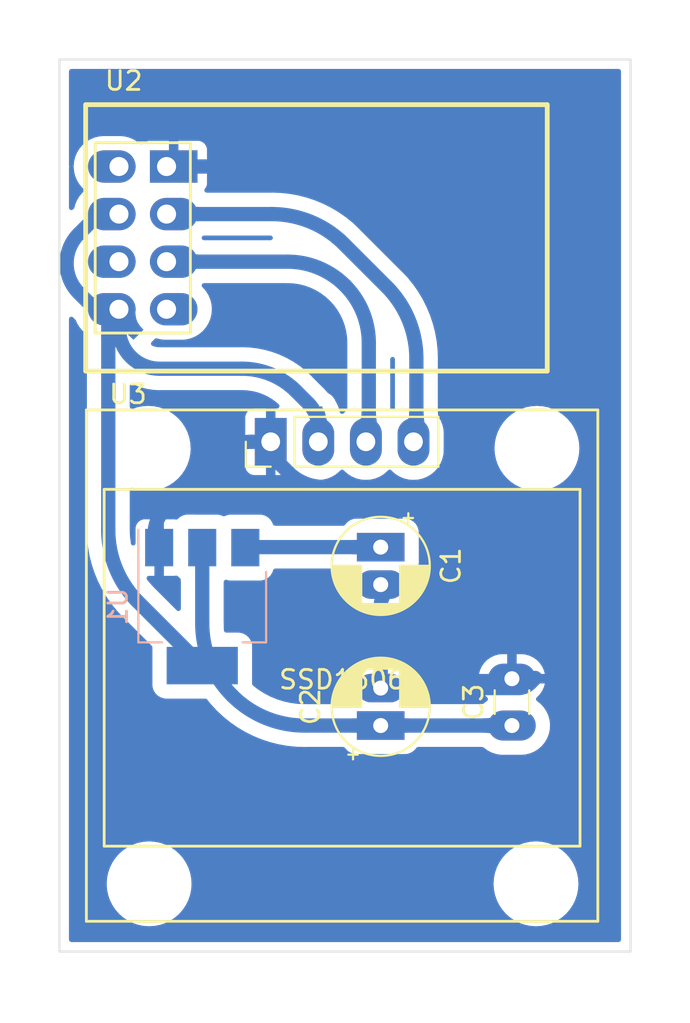
<source format=kicad_pcb>
(kicad_pcb (version 20211014) (generator pcbnew)
  (layers (0 "F.Cu" signal) (31 "B.Cu" signal) (34 "B.Paste" user) (35 "F.Paste" user) (36 "B.SilkS" user "B.Silkscreen") (37 "F.SilkS" user "F.Silkscreen") (38 "B.Mask" user) (39 "F.Mask" user) (44 "Edge.Cuts" user))
  (net 0 "")
  (net 1 "+5V")
  (net 2 "GND")
  (net 3 "+3V3")
  (net 5 "SDA")
  (net 6 "SCL")
  (footprint "My_Arduino:ESP-01_w_pin_socket_large" (layer "F.Cu") (at 120.015 54.61)
    (fp_text reference "U2" (at 0.254 -4.572) (layer "F.SilkS"))
    (fp_text value "ESP-01h")
    (fp_line (start -1.778 -3.302) (end 22.86 -3.302) (layer "F.SilkS") (width 0.254))
    (fp_line (start -1.27 8.89) (end 3.81 8.89) (layer "F.SilkS") (width 0.1524))
    (fp_line (start 3.81 8.89) (end 3.81 -1.27) (layer "F.SilkS") (width 0.1524))
    (fp_line (start -1.27 -1.27) (end -1.27 1.27) (layer "F.SilkS") (width 0.1524))
    (fp_line (start -1.778 10.922) (end -1.778 -3.302) (layer "F.SilkS") (width 0.254))
    (fp_line (start 3.81 -1.27) (end 1.27 -1.27) (layer "F.SilkS") (width 0.1524))
    (fp_line (start -1.27 1.27) (end -1.27 8.89) (layer "F.SilkS") (width 0.1524))
    (fp_line (start 22.86 -3.302) (end 22.86 10.922) (layer "F.SilkS") (width 0.254))
    (fp_line (start 1.27 -1.27) (end -1.27 -1.27) (layer "F.SilkS") (width 0.1524))
    (fp_line (start 22.86 10.922) (end -1.778 10.922) (layer "F.SilkS") (width 0.254))
    (pad "1" thru_hole rect (at 2.54 0) (size 2.54 1.7272) (drill 1.016 (offset 0.381 0)) (layers *.Cu *.Mask) (net 2 "GND"))
    (pad "2" thru_hole oval (at 0 0) (size 2.54 1.7272) (drill 1.016 (offset -0.381 0)) (layers *.Cu *.Mask))
    (pad "3" thru_hole oval (at 2.54 2.54) (size 2.54 1.7272) (drill 1.016 (offset 0.381 0)) (layers *.Cu *.Mask) (net 5 "SDA"))
    (pad "4" thru_hole oval (at 0 2.54) (size 2.54 1.7272) (drill 1.016 (offset -0.381 0)) (layers *.Cu *.Mask) (net 3 "+3V3"))
    (pad "5" thru_hole oval (at 2.54 5.08) (size 2.54 1.7272) (drill 1.016 (offset 0.381 0)) (layers *.Cu *.Mask) (net 6 "SCL"))
    (pad "6" thru_hole oval (at 0 5.08) (size 2.54 1.7272) (drill 1.016 (offset -0.381 0)) (layers *.Cu *.Mask))
    (pad "7" thru_hole oval (at 2.54 7.62) (size 2.54 1.7272) (drill 1.016 (offset 0.381 0)) (layers *.Cu *.Mask))
    (pad "8" thru_hole oval (at 0 7.62) (size 2.54 1.7272) (drill 1.016 (offset -0.381 0)) (layers *.Cu *.Mask) (net 3 "+3V3"))
  )
  (footprint "My_Misc:C_Disc_D3.0mm_W1.6mm_P2.50mm_larg" (layer "F.Cu") (at 140.99 84.455 90)
    (fp_text reference "C3" (at 1.25 -2.05 90) (layer "F.SilkS"))
    (fp_text value "0.1u")
    (fp_line (start 0.621 -0.92) (end 1.879 -0.92) (layer "F.SilkS") (width 0.12))
    (fp_line (start 0.621 0.92) (end 1.879 0.92) (layer "F.SilkS") (width 0.12))
    (pad "1" thru_hole oval locked (at 0 0 90) (size 1.6 2.54) (drill 0.8) (layers *.Cu *.Mask) (net 3 "+3V3"))
    (pad "2" thru_hole oval locked (at 2.5 0 90) (size 1.6 2.54) (drill 0.8) (layers *.Cu *.Mask) (net 2 "GND"))
  )
  (footprint "My_Misc:CP_Radial_D5.0mm_P2.00mm_larger" (layer "F.Cu") (at 133.985 84.455 90)
    (fp_text reference "C2" (at 1 -3.75 90) (layer "F.SilkS"))
    (fp_text value "10u")
    (fp_line (start 1.56 1.04) (end 1.56 2.52) (layer "F.SilkS") (width 0.12))
    (fp_line (start 2.281 -2.247) (end 2.281 -1.04) (layer "F.SilkS") (width 0.12))
    (fp_line (start 1.48 1.04) (end 1.48 2.536) (layer "F.SilkS") (width 0.12))
    (fp_line (start 2.361 -2.2) (end 2.361 -1.04) (layer "F.SilkS") (width 0.12))
    (fp_line (start 2.201 -2.29) (end 2.201 -1.04) (layer "F.SilkS") (width 0.12))
    (fp_line (start 2.761 1.04) (end 2.761 1.901) (layer "F.SilkS") (width 0.12))
    (fp_line (start 2.921 -1.743) (end 2.921 -1.04) (layer "F.SilkS") (width 0.12))
    (fp_line (start 1.48 -2.536) (end 1.48 -1.04) (layer "F.SilkS") (width 0.12))
    (fp_line (start 1.28 1.04) (end 1.28 2.565) (layer "F.SilkS") (width 0.12))
    (fp_line (start 2.281 1.04) (end 2.281 2.247) (layer "F.SilkS") (width 0.12))
    (fp_line (start 1.761 1.04) (end 1.761 2.468) (layer "F.SilkS") (width 0.12))
    (fp_line (start 1.64 -2.501) (end 1.64 -1.04) (layer "F.SilkS") (width 0.12))
    (fp_line (start 3.481 -0.805) (end 3.481 0.805) (layer "F.SilkS") (width 0.12))
    (fp_line (start 2.681 1.04) (end 2.681 1.971) (layer "F.SilkS") (width 0.12))
    (fp_line (start -1.804775 -1.475) (end -1.304775 -1.475) (layer "F.SilkS") (width 0.12))
    (fp_line (start 1.36 1.04) (end 1.36 2.556) (layer "F.SilkS") (width 0.12))
    (fp_line (start 1.961 -2.398) (end 1.961 -1.04) (layer "F.SilkS") (width 0.12))
    (fp_line (start 2.321 1.04) (end 2.321 2.224) (layer "F.SilkS") (width 0.12))
    (fp_line (start 3.001 1.04) (end 3.001 1.653) (layer "F.SilkS") (width 0.12))
    (fp_line (start 1.721 -2.48) (end 1.721 -1.04) (layer "F.SilkS") (width 0.12))
    (fp_line (start 2.521 -2.095) (end 2.521 -1.04) (layer "F.SilkS") (width 0.12))
    (fp_line (start 2.801 1.04) (end 2.801 1.864) (layer "F.SilkS") (width 0.12))
    (fp_line (start 2.081 1.04) (end 2.081 2.348) (layer "F.SilkS") (width 0.12))
    (fp_line (start 2.321 -2.224) (end 2.321 -1.04) (layer "F.SilkS") (width 0.12))
    (fp_line (start 2.161 -2.31) (end 2.161 -1.04) (layer "F.SilkS") (width 0.12))
    (fp_line (start 1.2 1.04) (end 1.2 2.573) (layer "F.SilkS") (width 0.12))
    (fp_line (start 2.401 -2.175) (end 2.401 -1.04) (layer "F.SilkS") (width 0.12))
    (fp_line (start 2.921 1.04) (end 2.921 1.743) (layer "F.SilkS") (width 0.12))
    (fp_line (start 1.24 -2.569) (end 1.24 -1.04) (layer "F.SilkS") (width 0.12))
    (fp_line (start 2.841 1.04) (end 2.841 1.826) (layer "F.SilkS") (width 0.12))
    (fp_line (start 2.041 1.04) (end 2.041 2.365) (layer "F.SilkS") (width 0.12))
    (fp_line (start 2.961 1.04) (end 2.961 1.699) (layer "F.SilkS") (width 0.12))
    (fp_line (start 1.56 -2.52) (end 1.56 -1.04) (layer "F.SilkS") (width 0.12))
    (fp_line (start 2.601 -2.035) (end 2.601 -1.04) (layer "F.SilkS") (width 0.12))
    (fp_line (start 3.121 -1.5) (end 3.121 1.5) (layer "F.SilkS") (width 0.12))
    (fp_line (start 2.441 -2.149) (end 2.441 -1.04) (layer "F.SilkS") (width 0.12))
    (fp_line (start 1.921 -2.414) (end 1.921 -1.04) (layer "F.SilkS") (width 0.12))
    (fp_line (start 1.04 -2.58) (end 1.04 -1.04) (layer "F.SilkS") (width 0.12))
    (fp_line (start 2.881 1.04) (end 2.881 1.785) (layer "F.SilkS") (width 0.12))
    (fp_line (start 1.44 -2.543) (end 1.44 -1.04) (layer "F.SilkS") (width 0.12))
    (fp_line (start 3.441 -0.915) (end 3.441 0.915) (layer "F.SilkS") (width 0.12))
    (fp_line (start 1.801 -2.455) (end 1.801 -1.04) (layer "F.SilkS") (width 0.12))
    (fp_line (start 2.561 -2.065) (end 2.561 -1.04) (layer "F.SilkS") (width 0.12))
    (fp_line (start 2.561 1.04) (end 2.561 2.065) (layer "F.SilkS") (width 0.12))
    (fp_line (start 1.12 1.04) (end 1.12 2.578) (layer "F.SilkS") (width 0.12))
    (fp_line (start 1.16 -2.576) (end 1.16 -1.04) (layer "F.SilkS") (width 0.12))
    (fp_line (start 2.721 -1.937) (end 2.721 -1.04) (layer "F.SilkS") (width 0.12))
    (fp_line (start 2.201 1.04) (end 2.201 2.29) (layer "F.SilkS") (width 0.12))
    (fp_line (start 3.241 -1.319) (end 3.241 1.319) (layer "F.SilkS") (width 0.12))
    (fp_line (start 2.361 1.04) (end 2.361 2.2) (layer "F.SilkS") (width 0.12))
    (fp_line (start 1.08 -2.579) (end 1.08 -1.04) (layer "F.SilkS") (width 0.12))
    (fp_line (start 1.921 1.04) (end 1.921 2.414) (layer "F.SilkS") (width 0.12))
    (fp_line (start 1.881 -2.428) (end 1.881 -1.04) (layer "F.SilkS") (width 0.12))
    (fp_line (start 2.041 -2.365) (end 2.041 -1.04) (layer "F.SilkS") (width 0.12))
    (fp_line (start 1.4 1.04) (end 1.4 2.55) (layer "F.SilkS") (width 0.12))
    (fp_line (start 2.241 -2.268) (end 2.241 -1.04) (layer "F.SilkS") (width 0.12))
    (fp_line (start 3.281 -1.251) (end 3.281 1.251) (layer "F.SilkS") (width 0.12))
    (fp_line (start 2.001 -2.382) (end 2.001 -1.04) (layer "F.SilkS") (width 0.12))
    (fp_line (start 2.121 -2.329) (end 2.121 -1.04) (layer "F.SilkS") (width 0.12))
    (fp_line (start 2.001 1.04) (end 2.001 2.382) (layer "F.SilkS") (width 0.12))
    (fp_line (start 1.801 1.04) (end 1.801 2.455) (layer "F.SilkS") (width 0.12))
    (fp_line (start 2.481 1.04) (end 2.481 2.122) (layer "F.SilkS") (width 0.12))
    (fp_line (start 3.201 -1.383) (end 3.201 1.383) (layer "F.SilkS") (width 0.12))
    (fp_line (start -1.554775 -1.725) (end -1.554775 -1.225) (layer "F.SilkS") (width 0.12))
    (fp_line (start 1 1.04) (end 1 2.58) (layer "F.SilkS") (width 0.12))
    (fp_line (start 2.481 -2.122) (end 2.481 -1.04) (layer "F.SilkS") (width 0.12))
    (fp_line (start 3.041 -1.605) (end 3.041 1.605) (layer "F.SilkS") (width 0.12))
    (fp_line (start 3.521 -0.677) (end 3.521 0.677) (layer "F.SilkS") (width 0.12))
    (fp_line (start 2.241 1.04) (end 2.241 2.268) (layer "F.SilkS") (width 0.12))
    (fp_line (start 3.561 -0.518) (end 3.561 0.518) (layer "F.SilkS") (width 0.12))
    (fp_line (start 2.761 -1.901) (end 2.761 -1.04) (layer "F.SilkS") (width 0.12))
    (fp_line (start 3.601 -0.284) (end 3.601 0.284) (layer "F.SilkS") (width 0.12))
    (fp_line (start 2.601 1.04) (end 2.601 2.035) (layer "F.SilkS") (width 0.12))
    (fp_line (start 1.6 -2.511) (end 1.6 -1.04) (layer "F.SilkS") (width 0.12))
    (fp_line (start 1.68 1.04) (end 1.68 2.491) (layer "F.SilkS") (width 0.12))
    (fp_line (start 1.08 1.04) (end 1.08 2.579) (layer "F.SilkS") (width 0.12))
    (fp_line (start 1.52 -2.528) (end 1.52 -1.04) (layer "F.SilkS") (width 0.12))
    (fp_line (start 1 -2.58) (end 1 -1.04) (layer "F.SilkS") (width 0.12))
    (fp_line (start 2.681 -1.971) (end 2.681 -1.04) (layer "F.SilkS") (width 0.12))
    (fp_line (start 1.68 -2.491) (end 1.68 -1.04) (layer "F.SilkS") (width 0.12))
    (fp_line (start 1.6 1.04) (end 1.6 2.511) (layer "F.SilkS") (width 0.12))
    (fp_line (start 1.841 -2.442) (end 1.841 -1.04) (layer "F.SilkS") (width 0.12))
    (fp_line (start 1.04 1.04) (end 1.04 2.58) (layer "F.SilkS") (width 0.12))
    (fp_line (start 2.961 -1.699) (end 2.961 -1.04) (layer "F.SilkS") (width 0.12))
    (fp_line (start 3.321 -1.178) (end 3.321 1.178) (layer "F.SilkS") (width 0.12))
    (fp_line (start 2.521 1.04) (end 2.521 2.095) (layer "F.SilkS") (width 0.12))
    (fp_line (start 1.721 1.04) (end 1.721 2.48) (layer "F.SilkS") (width 0.12))
    (fp_line (start 3.401 -1.011) (end 3.401 1.011) (layer "F.SilkS") (width 0.12))
    (fp_line (start 1.961 1.04) (end 1.961 2.398) (layer "F.SilkS") (width 0.12))
    (fp_line (start 1.24 1.04) (end 1.24 2.569) (layer "F.SilkS") (width 0.12))
    (fp_line (start 2.641 -2.004) (end 2.641 -1.04) (layer "F.SilkS") (width 0.12))
    (fp_line (start 1.44 1.04) (end 1.44 2.543) (layer "F.SilkS") (width 0.12))
    (fp_line (start 2.881 -1.785) (end 2.881 -1.04) (layer "F.SilkS") (width 0.12))
    (fp_line (start 1.32 -2.561) (end 1.32 -1.04) (layer "F.SilkS") (width 0.12))
    (fp_line (start 2.641 1.04) (end 2.641 2.004) (layer "F.SilkS") (width 0.12))
    (fp_line (start 2.081 -2.348) (end 2.081 -1.04) (layer "F.SilkS") (width 0.12))
    (fp_line (start 1.881 1.04) (end 1.881 2.428) (layer "F.SilkS") (width 0.12))
    (fp_line (start 1.64 1.04) (end 1.64 2.501) (layer "F.SilkS") (width 0.12))
    (fp_line (start 3.001 -1.653) (end 3.001 -1.04) (layer "F.SilkS") (width 0.12))
    (fp_line (start 3.161 -1.443) (end 3.161 1.443) (layer "F.SilkS") (width 0.12))
    (fp_line (start 1.28 -2.565) (end 1.28 -1.04) (layer "F.SilkS") (width 0.12))
    (fp_line (start 1.12 -2.578) (end 1.12 -1.04) (layer "F.SilkS") (width 0.12))
    (fp_line (start 1.4 -2.55) (end 1.4 -1.04) (layer "F.SilkS") (width 0.12))
    (fp_line (start 1.2 -2.573) (end 1.2 -1.04) (layer "F.SilkS") (width 0.12))
    (fp_line (start 3.361 -1.098) (end 3.361 1.098) (layer "F.SilkS") (width 0.12))
    (fp_line (start 1.36 -2.556) (end 1.36 -1.04) (layer "F.SilkS") (width 0.12))
    (fp_line (start 2.161 1.04) (end 2.161 2.31) (layer "F.SilkS") (width 0.12))
    (fp_line (start 2.401 1.04) (end 2.401 2.175) (layer "F.SilkS") (width 0.12))
    (fp_line (start 3.081 -1.554) (end 3.081 1.554) (layer "F.SilkS") (width 0.12))
    (fp_line (start 2.801 -1.864) (end 2.801 -1.04) (layer "F.SilkS") (width 0.12))
    (fp_line (start 1.841 1.04) (end 1.841 2.442) (layer "F.SilkS") (width 0.12))
    (fp_line (start 2.841 -1.826) (end 2.841 -1.04) (layer "F.SilkS") (width 0.12))
    (fp_line (start 1.761 -2.468) (end 1.761 -1.04) (layer "F.SilkS") (width 0.12))
    (fp_line (start 1.16 1.04) (end 1.16 2.576) (layer "F.SilkS") (width 0.12))
    (fp_line (start 2.721 1.04) (end 2.721 1.937) (layer "F.SilkS") (width 0.12))
    (fp_line (start 2.121 1.04) (end 2.121 2.329) (layer "F.SilkS") (width 0.12))
    (fp_line (start 2.441 1.04) (end 2.441 2.149) (layer "F.SilkS") (width 0.12))
    (fp_line (start 1.52 1.04) (end 1.52 2.528) (layer "F.SilkS") (width 0.12))
    (fp_line (start 1.32 1.04) (end 1.32 2.561) (layer "F.SilkS") (width 0.12))
    (fp_circle (center 1 0) (end 3.62 0) (layer "F.SilkS") (width 0.12) (fill none))
    (pad "1" thru_hole rect (at 0 0 90) (size 1.524 2.54) (drill 0.8) (layers *.Cu *.Mask) (net 3 "+3V3"))
    (pad "2" thru_hole oval (at 2 0 90) (size 1.524 2.54) (drill 0.8) (layers *.Cu *.Mask) (net 2 "GND"))
  )
  (footprint "My_Parts:SSD1306_I2C_0.96_OLED_display_large" (layer "F.Cu") (at 128.115225 69.305)
    (fp_text reference "U3" (at -7.62 -2.54) (layer "F.SilkS"))
    (fp_text value "SSD1306_I2C_display")
    (fp_text user "SSD1306" (at 3.81 12.7 unlocked) (layer "F.SilkS"))
    (fp_line (start 0 1.33) (end -1.33 1.33) (layer "F.SilkS") (width 0.12))
    (fp_line (start 1.27 -1.33) (end 8.95 -1.33) (layer "F.SilkS") (width 0.12))
    (fp_line (start 1.27 1.33) (end 1.27 -1.33) (layer "F.SilkS") (width 0.12))
    (fp_line (start 16.51 2.54) (end 16.51 21.59) (layer "F.SilkS") (width 0.15))
    (fp_line (start -9.84 -1.7) (end 17.46 -1.7) (layer "F.SilkS") (width 0.15))
    (fp_line (start -1.33 1.33) (end -1.33 0) (layer "F.SilkS") (width 0.12))
    (fp_line (start -9.84 25.6) (end 17.46 25.6) (layer "F.SilkS") (width 0.15))
    (fp_line (start -8.89 2.54) (end 16.51 2.54) (layer "F.SilkS") (width 0.15))
    (fp_line (start 1.27 1.33) (end 8.95 1.33) (layer "F.SilkS") (width 0.12))
    (fp_line (start -8.89 21.59) (end -8.89 2.54) (layer "F.SilkS") (width 0.15))
    (fp_line (start 17.46 -1.7) (end 17.46 25.6) (layer "F.SilkS") (width 0.15))
    (fp_line (start 8.95 1.33) (end 8.95 -1.33) (layer "F.SilkS") (width 0.12))
    (fp_line (start 16.51 21.59) (end -8.89 21.59) (layer "F.SilkS") (width 0.15))
    (fp_line (start -9.84 -1.7) (end -9.84 25.6) (layer "F.SilkS") (width 0.15))
    (pad "" np_thru_hole oval (at 14.21 0.35) (size 3 3) (drill 3) (layers *.Cu *.Mask))
    (pad "" np_thru_hole oval (at 14.16 23.6) (size 3 3) (drill 3) (layers *.Cu *.Mask))
    (pad "" np_thru_hole oval (at -6.54 0.35) (size 3 3) (drill 3) (layers *.Cu *.Mask))
    (pad "" np_thru_hole oval (at -6.49 23.6) (size 3 3) (drill 3) (layers *.Cu *.Mask))
    (pad "1" thru_hole rect (at 0 0 90) (size 2.54 1.7) (drill 1) (layers *.Cu *.Mask) (net 2 "GND"))
    (pad "2" thru_hole oval (at 2.54 0 90) (size 2.54 1.7) (drill 1) (layers *.Cu *.Mask) (net 3 "+3V3"))
    (pad "3" thru_hole oval (at 5.08 0 90) (size 2.54 1.7) (drill 1) (layers *.Cu *.Mask) (net 6 "SCL"))
    (pad "4" thru_hole oval (at 7.62 0 90) (size 2.54 1.7) (drill 1) (layers *.Cu *.Mask) (net 5 "SDA"))
  )
  (footprint "My_Misc:CP_Radial_D5.0mm_P2.00mm_larger" (layer "F.Cu") (at 133.985 74.93 -90)
    (fp_text reference "C1" (at 1 -3.75 -90) (layer "F.SilkS"))
    (fp_text value "10u")
    (fp_line (start 2.561 -2.065) (end 2.561 -1.04) (layer "F.SilkS") (width 0.12))
    (fp_line (start 2.721 -1.937) (end 2.721 -1.04) (layer "F.SilkS") (width 0.12))
    (fp_line (start 1.32 1.04) (end 1.32 2.561) (layer "F.SilkS") (width 0.12))
    (fp_line (start 2.601 -2.035) (end 2.601 -1.04) (layer "F.SilkS") (width 0.12))
    (fp_line (start 2.721 1.04) (end 2.721 1.937) (layer "F.SilkS") (width 0.12))
    (fp_line (start 1.721 -2.48) (end 1.721 -1.04) (layer "F.SilkS") (width 0.12))
    (fp_line (start 2.241 -2.268) (end 2.241 -1.04) (layer "F.SilkS") (width 0.12))
    (fp_line (start 2.801 -1.864) (end 2.801 -1.04) (layer "F.SilkS") (width 0.12))
    (fp_line (start 2.521 1.04) (end 2.521 2.095) (layer "F.SilkS") (width 0.12))
    (fp_line (start 1.64 1.04) (end 1.64 2.501) (layer "F.SilkS") (width 0.12))
    (fp_line (start 1.36 -2.556) (end 1.36 -1.04) (layer "F.SilkS") (width 0.12))
    (fp_line (start 1.52 1.04) (end 1.52 2.528) (layer "F.SilkS") (width 0.12))
    (fp_line (start 2.321 1.04) (end 2.321 2.224) (layer "F.SilkS") (width 0.12))
    (fp_line (start 2.761 1.04) (end 2.761 1.901) (layer "F.SilkS") (width 0.12))
    (fp_line (start -1.804775 -1.475) (end -1.304775 -1.475) (layer "F.SilkS") (width 0.12))
    (fp_line (start 1.961 -2.398) (end 1.961 -1.04) (layer "F.SilkS") (width 0.12))
    (fp_line (start 3.281 -1.251) (end 3.281 1.251) (layer "F.SilkS") (width 0.12))
    (fp_line (start 1.04 1.04) (end 1.04 2.58) (layer "F.SilkS") (width 0.12))
    (fp_line (start 1.6 -2.511) (end 1.6 -1.04) (layer "F.SilkS") (width 0.12))
    (fp_line (start 1.2 -2.573) (end 1.2 -1.04) (layer "F.SilkS") (width 0.12))
    (fp_line (start 1.761 1.04) (end 1.761 2.468) (layer "F.SilkS") (width 0.12))
    (fp_line (start 2.881 -1.785) (end 2.881 -1.04) (layer "F.SilkS") (width 0.12))
    (fp_line (start 2.641 1.04) (end 2.641 2.004) (layer "F.SilkS") (width 0.12))
    (fp_line (start 1.28 -2.565) (end 1.28 -1.04) (layer "F.SilkS") (width 0.12))
    (fp_line (start 2.201 -2.29) (end 2.201 -1.04) (layer "F.SilkS") (width 0.12))
    (fp_line (start 3.161 -1.443) (end 3.161 1.443) (layer "F.SilkS") (width 0.12))
    (fp_line (start -1.554775 -1.725) (end -1.554775 -1.225) (layer "F.SilkS") (width 0.12))
    (fp_line (start 1.961 1.04) (end 1.961 2.398) (layer "F.SilkS") (width 0.12))
    (fp_line (start 2.921 -1.743) (end 2.921 -1.04) (layer "F.SilkS") (width 0.12))
    (fp_line (start 2.241 1.04) (end 2.241 2.268) (layer "F.SilkS") (width 0.12))
    (fp_line (start 3.441 -0.915) (end 3.441 0.915) (layer "F.SilkS") (width 0.12))
    (fp_line (start 1.08 1.04) (end 1.08 2.579) (layer "F.SilkS") (width 0.12))
    (fp_line (start 2.361 -2.2) (end 2.361 -1.04) (layer "F.SilkS") (width 0.12))
    (fp_line (start 1.56 -2.52) (end 1.56 -1.04) (layer "F.SilkS") (width 0.12))
    (fp_line (start 3.121 -1.5) (end 3.121 1.5) (layer "F.SilkS") (width 0.12))
    (fp_line (start 2.761 -1.901) (end 2.761 -1.04) (layer "F.SilkS") (width 0.12))
    (fp_line (start 1.36 1.04) (end 1.36 2.556) (layer "F.SilkS") (width 0.12))
    (fp_line (start 2.041 1.04) (end 2.041 2.365) (layer "F.SilkS") (width 0.12))
    (fp_line (start 2.161 1.04) (end 2.161 2.31) (layer "F.SilkS") (width 0.12))
    (fp_line (start 2.041 -2.365) (end 2.041 -1.04) (layer "F.SilkS") (width 0.12))
    (fp_line (start 1.48 1.04) (end 1.48 2.536) (layer "F.SilkS") (width 0.12))
    (fp_line (start 3.201 -1.383) (end 3.201 1.383) (layer "F.SilkS") (width 0.12))
    (fp_line (start 3.521 -0.677) (end 3.521 0.677) (layer "F.SilkS") (width 0.12))
    (fp_line (start 2.201 1.04) (end 2.201 2.29) (layer "F.SilkS") (width 0.12))
    (fp_line (start 2.121 -2.329) (end 2.121 -1.04) (layer "F.SilkS") (width 0.12))
    (fp_line (start 1.24 1.04) (end 1.24 2.569) (layer "F.SilkS") (width 0.12))
    (fp_line (start 3.001 -1.653) (end 3.001 -1.04) (layer "F.SilkS") (width 0.12))
    (fp_line (start 2.961 -1.699) (end 2.961 -1.04) (layer "F.SilkS") (width 0.12))
    (fp_line (start 1.32 -2.561) (end 1.32 -1.04) (layer "F.SilkS") (width 0.12))
    (fp_line (start 3.241 -1.319) (end 3.241 1.319) (layer "F.SilkS") (width 0.12))
    (fp_line (start 1.841 1.04) (end 1.841 2.442) (layer "F.SilkS") (width 0.12))
    (fp_line (start 2.121 1.04) (end 2.121 2.329) (layer "F.SilkS") (width 0.12))
    (fp_line (start 2.921 1.04) (end 2.921 1.743) (layer "F.SilkS") (width 0.12))
    (fp_line (start 2.481 -2.122) (end 2.481 -1.04) (layer "F.SilkS") (width 0.12))
    (fp_line (start 1.801 -2.455) (end 1.801 -1.04) (layer "F.SilkS") (width 0.12))
    (fp_line (start 2.481 1.04) (end 2.481 2.122) (layer "F.SilkS") (width 0.12))
    (fp_line (start 2.881 1.04) (end 2.881 1.785) (layer "F.SilkS") (width 0.12))
    (fp_line (start 2.841 -1.826) (end 2.841 -1.04) (layer "F.SilkS") (width 0.12))
    (fp_line (start 1.12 1.04) (end 1.12 2.578) (layer "F.SilkS") (width 0.12))
    (fp_line (start 1.64 -2.501) (end 1.64 -1.04) (layer "F.SilkS") (width 0.12))
    (fp_line (start 1 1.04) (end 1 2.58) (layer "F.SilkS") (width 0.12))
    (fp_line (start 1.44 -2.543) (end 1.44 -1.04) (layer "F.SilkS") (width 0.12))
    (fp_line (start 2.361 1.04) (end 2.361 2.2) (layer "F.SilkS") (width 0.12))
    (fp_line (start 2.801 1.04) (end 2.801 1.864) (layer "F.SilkS") (width 0.12))
    (fp_line (start 2.321 -2.224) (end 2.321 -1.04) (layer "F.SilkS") (width 0.12))
    (fp_line (start 1.801 1.04) (end 1.801 2.455) (layer "F.SilkS") (width 0.12))
    (fp_line (start 1.881 1.04) (end 1.881 2.428) (layer "F.SilkS") (width 0.12))
    (fp_line (start 1.4 1.04) (end 1.4 2.55) (layer "F.SilkS") (width 0.12))
    (fp_line (start 2.521 -2.095) (end 2.521 -1.04) (layer "F.SilkS") (width 0.12))
    (fp_line (start 2.841 1.04) (end 2.841 1.826) (layer "F.SilkS") (width 0.12))
    (fp_line (start 1.841 -2.442) (end 1.841 -1.04) (layer "F.SilkS") (width 0.12))
    (fp_line (start 1.16 1.04) (end 1.16 2.576) (layer "F.SilkS") (width 0.12))
    (fp_line (start 1.2 1.04) (end 1.2 2.573) (layer "F.SilkS") (width 0.12))
    (fp_line (start 2.601 1.04) (end 2.601 2.035) (layer "F.SilkS") (width 0.12))
    (fp_line (start 1.921 1.04) (end 1.921 2.414) (layer "F.SilkS") (width 0.12))
    (fp_line (start 3.361 -1.098) (end 3.361 1.098) (layer "F.SilkS") (width 0.12))
    (fp_line (start 1.6 1.04) (end 1.6 2.511) (layer "F.SilkS") (width 0.12))
    (fp_line (start 1.24 -2.569) (end 1.24 -1.04) (layer "F.SilkS") (width 0.12))
    (fp_line (start 1.52 -2.528) (end 1.52 -1.04) (layer "F.SilkS") (width 0.12))
    (fp_line (start 1 -2.58) (end 1 -1.04) (layer "F.SilkS") (width 0.12))
    (fp_line (start 3.401 -1.011) (end 3.401 1.011) (layer "F.SilkS") (width 0.12))
    (fp_line (start 1.44 1.04) (end 1.44 2.543) (layer "F.SilkS") (width 0.12))
    (fp_line (start 2.001 1.04) (end 2.001 2.382) (layer "F.SilkS") (width 0.12))
    (fp_line (start 1.4 -2.55) (end 1.4 -1.04) (layer "F.SilkS") (width 0.12))
    (fp_line (start 1.68 -2.491) (end 1.68 -1.04) (layer "F.SilkS") (width 0.12))
    (fp_line (start 2.401 1.04) (end 2.401 2.175) (layer "F.SilkS") (width 0.12))
    (fp_line (start 1.08 -2.579) (end 1.08 -1.04) (layer "F.SilkS") (width 0.12))
    (fp_line (start 1.56 1.04) (end 1.56 2.52) (layer "F.SilkS") (width 0.12))
    (fp_line (start 1.881 -2.428) (end 1.881 -1.04) (layer "F.SilkS") (width 0.12))
    (fp_line (start 2.641 -2.004) (end 2.641 -1.04) (layer "F.SilkS") (width 0.12))
    (fp_line (start 3.001 1.04) (end 3.001 1.653) (layer "F.SilkS") (width 0.12))
    (fp_line (start 2.441 -2.149) (end 2.441 -1.04) (layer "F.SilkS") (width 0.12))
    (fp_line (start 1.28 1.04) (end 1.28 2.565) (layer "F.SilkS") (width 0.12))
    (fp_line (start 3.561 -0.518) (end 3.561 0.518) (layer "F.SilkS") (width 0.12))
    (fp_line (start 2.561 1.04) (end 2.561 2.065) (layer "F.SilkS") (width 0.12))
    (fp_line (start 2.441 1.04) (end 2.441 2.149) (layer "F.SilkS") (width 0.12))
    (fp_line (start 1.12 -2.578) (end 1.12 -1.04) (layer "F.SilkS") (width 0.12))
    (fp_line (start 1.761 -2.468) (end 1.761 -1.04) (layer "F.SilkS") (width 0.12))
    (fp_line (start 3.041 -1.605) (end 3.041 1.605) (layer "F.SilkS") (width 0.12))
    (fp_line (start 1.921 -2.414) (end 1.921 -1.04) (layer "F.SilkS") (width 0.12))
    (fp_line (start 2.161 -2.31) (end 2.161 -1.04) (layer "F.SilkS") (width 0.12))
    (fp_line (start 2.681 1.04) (end 2.681 1.971) (layer "F.SilkS") (width 0.12))
    (fp_line (start 1.48 -2.536) (end 1.48 -1.04) (layer "F.SilkS") (width 0.12))
    (fp_line (start 1.68 1.04) (end 1.68 2.491) (layer "F.SilkS") (width 0.12))
    (fp_line (start 1.04 -2.58) (end 1.04 -1.04) (layer "F.SilkS") (width 0.12))
    (fp_line (start 2.401 -2.175) (end 2.401 -1.04) (layer "F.SilkS") (width 0.12))
    (fp_line (start 1.16 -2.576) (end 1.16 -1.04) (layer "F.SilkS") (width 0.12))
    (fp_line (start 2.281 -2.247) (end 2.281 -1.04) (layer "F.SilkS") (width 0.12))
    (fp_line (start 3.081 -1.554) (end 3.081 1.554) (layer "F.SilkS") (width 0.12))
    (fp_line (start 3.481 -0.805) (end 3.481 0.805) (layer "F.SilkS") (width 0.12))
    (fp_line (start 2.281 1.04) (end 2.281 2.247) (layer "F.SilkS") (width 0.12))
    (fp_line (start 1.721 1.04) (end 1.721 2.48) (layer "F.SilkS") (width 0.12))
    (fp_line (start 2.681 -1.971) (end 2.681 -1.04) (layer "F.SilkS") (width 0.12))
    (fp_line (start 3.601 -0.284) (end 3.601 0.284) (layer "F.SilkS") (width 0.12))
    (fp_line (start 2.081 1.04) (end 2.081 2.348) (layer "F.SilkS") (width 0.12))
    (fp_line (start 2.001 -2.382) (end 2.001 -1.04) (layer "F.SilkS") (width 0.12))
    (fp_line (start 2.961 1.04) (end 2.961 1.699) (layer "F.SilkS") (width 0.12))
    (fp_line (start 3.321 -1.178) (end 3.321 1.178) (layer "F.SilkS") (width 0.12))
    (fp_line (start 2.081 -2.348) (end 2.081 -1.04) (layer "F.SilkS") (width 0.12))
    (fp_circle (center 1 0) (end 3.62 0) (layer "F.SilkS") (width 0.12) (fill none))
    (pad "1" thru_hole rect (at 0 0 270) (size 1.524 2.54) (drill 0.8) (layers *.Cu *.Mask) (net 1 "+5V"))
    (pad "2" thru_hole oval (at 2 0 270) (size 1.524 2.54) (drill 0.8) (layers *.Cu *.Mask) (net 2 "GND"))
  )
  (footprint "Package_TO_SOT_SMD:SOT-223-3_TabPin2" (layer "B.Cu") (at 124.46 78.105 -90)
    (fp_text reference "U1" (at 0 4.5 90) (layer "B.SilkS") (effects (justify mirror)))
    (fp_text value "AMS1117-3.3")
    (fp_line (start 1.91 -3.41) (end 1.91 -2.15) (layer "B.SilkS") (width 0.12))
    (fp_line (start 1.91 3.41) (end 1.91 2.15) (layer "B.SilkS") (width 0.12))
    (fp_line (start -4.1 3.41) (end 1.91 3.41) (layer "B.SilkS") (width 0.12))
    (fp_line (start -1.85 -3.41) (end 1.91 -3.41) (layer "B.SilkS") (width 0.12))
    (pad "1" smd rect (at -3.15 2.3 270) (size 2 1.5) (layers "B.Cu" "B.Paste" "B.Mask") (net 2 "GND"))
    (pad "2" smd rect (at 3.15 0 270) (size 2 3.8) (layers "B.Cu" "B.Paste" "B.Mask") (net 3 "+3V3"))
    (pad "2" smd rect (at -3.15 0 270) (size 2 1.5) (layers "B.Cu" "B.Paste" "B.Mask") (net 3 "+3V3"))
    (pad "3" smd rect (at -3.15 -2.3 270) (size 2 1.5) (layers "B.Cu" "B.Paste" "B.Mask") (net 1 "+5V"))
  )
  (gr_line (start 147.32 48.895) (end 116.84 48.895) (layer "Edge.Cuts") (width 0.1))
  (gr_line (start 116.84 96.52) (end 147.32 96.52) (layer "Edge.Cuts") (width 0.1))
  (gr_line (start 147.32 96.52) (end 147.32 48.895) (layer "Edge.Cuts") (width 0.1))
  (gr_line (start 116.84 48.895) (end 116.84 96.52) (layer "Edge.Cuts") (width 0.1))
  (segment (start 133.985 74.93) (end 127 74.93) (width 0.762) (layer "B.Cu") (net 1))
  (segment (start 137.727745 70.8025) (end 137.727745 74.496138) (width 0.762) (layer "B.Cu") (net 2))
  (segment (start 137.727745 70.8025) (end 137.727745 70.417745) (width 0.762) (layer "B.Cu") (net 2))
  (segment (start 137.727745 69.648235) (end 137.727745 64.552544) (width 0.762) (layer "B.Cu") (net 2))
  (segment (start 137.727745 70.8025) (end 137.727745 70.417745) (width 0.762) (layer "B.Cu") (net 2))
  (segment (start 121.92 74.194989) (end 121.92 74.93) (width 0.762) (layer "B.Cu") (net 2))
  (segment (start 141.97 82.185) (end 142.24 81.915) (width 0.762) (layer "B.Cu") (net 2))
  (segment (start 131.632956 56.203792) (end 136.133952 60.704788) (width 0.762) (layer "B.Cu") (net 2))
  (segment (start 137.727745 69.648235) (end 137.727745 70.417745) (width 0.762) (layer "B.Cu") (net 2))
  (segment (start 127.7852 54.61) (end 122.555 54.61) (width 0.762) (layer "B.Cu") (net 2))
  (segment (start 141.318162 82.455) (end 133.985 82.455) (width 0.762) (layer "B.Cu") (net 2))
  (segment (start 127.095101 69.305) (end 128.115225 69.305) (width 0.762) (layer "B.Cu") (net 2))
  (segment (start 122.439731 72.940246) (end 125.353641 70.026336) (width 0.762) (layer "B.Cu") (net 2))
  (segment (start 137.727745 70.8025) (end 137.727745 70.812301) (width 0.762) (layer "B.Cu") (net 2))
  (segment (start 135.293883 76.93) (end 135.143511 76.93) (width 0.762) (layer "B.Cu") (net 2))
  (segment (start 128.27 69.686311) (end 128.27 69.215) (width 0.762) (layer "B.Cu") (net 2))
  (segment (start 137.727745 70.417745) (end 137.727745 69.648235) (width 0.762) (layer "B.Cu") (net 2))
  (segment (start 133.985 78.088511) (end 133.985 82.55) (width 0.762) (layer "B.Cu") (net 2))
  (segment (start 136.822526 71.71752) (end 130.93291 71.71752) (width 0.762) (layer "B.Cu") (net 2))
  (segment (start 128.603267 70.49089) (end 129.049948 70.937571) (width 0.762) (layer "B.Cu") (net 2))
  (arc (start 136.133952 60.704788) (mid 137.313531 62.470153) (end 137.727745 64.552544) (width 0.762) (layer "B.Cu") (net 2))
  (arc (start 137.014883 76.217138) (mid 137.542478 75.427536) (end 137.727745 74.496138) (width 0.762) (layer "B.Cu") (net 2))
  (arc (start 137.462612 71.452387) (mid 137.658839 71.158713) (end 137.727745 70.812301) (width 0.762) (layer "B.Cu") (net 2))
  (arc (start 133.985 78.088511) (mid 134.32432 77.26932) (end 135.143511 76.93) (width 0.762) (layer "B.Cu") (net 2))
  (arc (start 141.318162 82.455) (mid 141.670934 82.384829) (end 141.97 82.185) (width 0.762) (layer "B.Cu") (net 2))
  (arc (start 127.095101 69.305) (mid 126.152629 69.492469) (end 125.353641 70.026336) (width 0.762) (layer "B.Cu") (net 2))
  (arc (start 127.7852 54.61) (mid 129.86759 55.024213) (end 131.632956 56.203792) (width 0.762) (layer "B.Cu") (net 2))
  (arc (start 135.293883 76.93) (mid 136.225281 76.744733) (end 137.014883 76.217138) (width 0.762) (layer "B.Cu") (net 2))
  (arc (start 137.727745 70.417745) (mid 137.727745 70.417745) (end 137.727745 70.417745) (width 0.762) (layer "B.Cu") (net 2))
  (arc (start 128.603267 70.49089) (mid 128.356613 70.121746) (end 128.27 69.686311) (width 0.762) (layer "B.Cu") (net 2))
  (arc (start 129.049948 70.937571) (mid 129.913858 71.514817) (end 130.93291 71.71752) (width 0.762) (layer "B.Cu") (net 2))
  (arc (start 121.92 74.194989) (mid 122.055073 73.515927) (end 122.439731 72.940246) (width 0.762) (layer "B.Cu") (net 2))
  (arc (start 136.822526 71.71752) (mid 137.168938 71.648614) (end 137.462612 71.452387) (width 0.762) (layer "B.Cu") (net 2))
  (arc (start 137.727745 70.8025) (mid 137.727745 70.8025) (end 137.727745 70.8025) (width 0.762) (layer "B.Cu") (net 2))
  (segment (start 136.328144 84.455) (end 140.97 84.455) (width 0.762) (layer "B.Cu") (net 3))
  (segment (start 119.444704 74.01074) (end 119.444704 63.203556) (width 0.762) (layer "B.Cu") (net 3))
  (segment (start 117.874649 58.205868) (end 118.547095 57.533422) (width 0.762) (layer "B.Cu") (net 3))
  (segment (start 121.038496 77.858496) (end 124.46 81.28) (width 0.762) (layer "B.Cu") (net 3))
  (segment (start 136.328144 84.455) (end 131.641856 84.455) (width 0.762) (layer "B.Cu") (net 3))
  (segment (start 122.183025 65.405) (end 126.583391 65.405) (width 0.762) (layer "B.Cu") (net 3))
  (segment (start 130.655225 68.547612) (end 130.655225 69.305) (width 0.762) (layer "B.Cu") (net 3))
  (segment (start 119.38 62.23) (end 119.611739 62.23) (width 0.762) (layer "B.Cu") (net 3))
  (segment (start 130.119671 67.254671) (end 129.462612 66.597612) (width 0.762) (layer "B.Cu") (net 3))
  (segment (start 124.46 79.001036) (end 124.46 74.93) (width 0.762) (layer "B.Cu") (net 3))
  (segment (start 126.066207 82.861207) (end 126.053792 82.848792) (width 0.762) (layer "B.Cu") (net 3))
  (segment (start 118.295987 61.780987) (end 117.874649 61.359649) (width 0.762) (layer "B.Cu") (net 3))
  (segment (start 120.015 63.236974) (end 120.015 62.63326) (width 0.762) (layer "B.Cu") (net 3))
  (segment (start 129.913963 84.455) (end 131.641856 84.455) (width 0.762) (layer "B.Cu") (net 3))
  (segment (start 119.472759 57.15) (end 120.015 57.15) (width 0.762) (layer "B.Cu") (net 3))
  (arc (start 120.65 64.77) (mid 121.353357 65.239968) (end 122.183025 65.405) (width 0.762) (layer "B.Cu") (net 3))
  (arc (start 119.444704 74.01074) (mid 119.858917 76.09313) (end 121.038496 77.858496) (width 0.762) (layer "B.Cu") (net 3))
  (arc (start 129.462612 66.597612) (mid 128.141614 65.714949) (end 126.583391 65.405) (width 0.762) (layer "B.Cu") (net 3))
  (arc (start 119.611739 62.23) (mid 119.896887 62.348112) (end 120.015 62.63326) (width 0.762) (layer "B.Cu") (net 3))
  (arc (start 119.729852 62.515148) (mid 119.518811 62.830992) (end 119.444704 63.203556) (width 0.762) (layer "B.Cu") (net 3))
  (arc (start 119.472759 57.15) (mid 118.971793 57.249648) (end 118.547095 57.533422) (width 0.762) (layer "B.Cu") (net 3))
  (arc (start 130.119671 67.254671) (mid 130.516039 67.847877) (end 130.655225 68.547612) (width 0.762) (layer "B.Cu") (net 3))
  (arc (start 126.066207 82.861207) (mid 127.831572 84.040786) (end 129.913963 84.455) (width 0.762) (layer "B.Cu") (net 3))
  (arc (start 120.015 63.236974) (mid 120.180031 64.066641) (end 120.65 64.77) (width 0.762) (layer "B.Cu") (net 3))
  (arc (start 120.015 62.63326) (mid 119.911886 62.478939) (end 119.729852 62.515148) (width 0.762) (layer "B.Cu") (net 3))
  (arc (start 117.22148 59.782759) (mid 117.391233 60.636165) (end 117.874649 61.359649) (width 0.762) (layer "B.Cu") (net 3))
  (arc (start 119.729852 62.515148) (mid 119.76606 62.333113) (end 119.611739 62.23) (width 0.762) (layer "B.Cu") (net 3))
  (arc (start 124.46 79.001036) (mid 124.874213 81.083426) (end 126.053792 82.848792) (width 0.762) (layer "B.Cu") (net 3))
  (arc (start 118.295987 61.780987) (mid 118.793336 62.113305) (end 119.38 62.23) (width 0.762) (layer "B.Cu") (net 3))
  (arc (start 117.874649 58.205868) (mid 117.391233 58.929351) (end 117.22148 59.782759) (width 0.762) (layer "B.Cu") (net 3))
  (segment (start 132.018374 58.743792) (end 134.296207 61.021625) (width 0.762) (layer "B.Cu") (net 5))
  (segment (start 135.89 64.869381) (end 135.89 69.215) (width 0.762) (layer "B.Cu") (net 5))
  (segment (start 128.170618 57.15) (end 122.555 57.15) (width 0.762) (layer "B.Cu") (net 5))
  (arc (start 134.296207 61.021625) (mid 135.475786 62.78699) (end 135.89 64.869381) (width 0.762) (layer "B.Cu") (net 5))
  (arc (start 128.170618 57.15) (mid 130.253008 57.564213) (end 132.018374 58.743792) (width 0.762) (layer "B.Cu") (net 5))
  (segment (start 129.013948 59.69) (end 122.555 59.69) (width 0.762) (layer "B.Cu") (net 6))
  (segment (start 133.35 64.026051) (end 133.35 69.215) (width 0.762) (layer "B.Cu") (net 6))
  (arc (start 129.013948 59.69) (mid 130.673283 60.020062) (end 132.08 60.96) (width 0.762) (layer "B.Cu") (net 6))
  (arc (start 133.35 64.026051) (mid 133.019937 62.366716) (end 132.08 60.96) (width 0.762) (layer "B.Cu") (net 6))
  (zone (net 2) (net_name "GND") (layer "B.Cu") (connect_pads (clearance 0.508)) (min_thickness 0.254) (fill yes (thermal_gap 0.508) (thermal_bridge_width 0.508))
    (polygon (pts (xy 149.225 98.425) (xy 115.57 98.425) (xy 115.57 47.625) (xy 149.225 47.625)))
  )
  (zone (net 6) (net_name "SCL") (layer "B.Cu") (priority 16962) (connect_pads yes (clearance 0)) (min_thickness 0.0254) (fill yes (thermal_gap 0.508) (thermal_bridge_width 0.508))
    (polygon (pts (xy 124.2786 59.309) (xy 124.084273 59.304689) (xy 123.918689 59.291913) (xy 123.776037 59.270903) (xy 123.650505 59.241891) (xy 123.536283 59.205109) (xy 123.42756 59.160788) (xy 123.318524 59.109161) (xy 123.203365 59.050459) (xy 123.076272 58.984915) (xy 122.931434 58.91276) (xy 122.1232 59.69) (xy 122.931434 60.46724) (xy 123.076272 60.395084) (xy 123.203365 60.32954) (xy 123.318524 60.270838) (xy 123.42756 60.219211) (xy 123.536283 60.17489) (xy 123.650505 60.138108) (xy 123.776037 60.109096) (xy 123.918689 60.088086) (xy 124.084273 60.07531) (xy 124.2786 60.071)))
  )
  (zone (net 3) (net_name "+3V3") (layer "B.Cu") (priority 16962) (connect_pads yes (clearance 0)) (min_thickness 0.0254) (fill yes (thermal_gap 0.508) (thermal_bridge_width 0.508))
    (polygon (pts (xy 118.118088 62.136097) (xy 118.281566 62.267663) (xy 118.430702 62.366451) (xy 118.568315 62.439984) (xy 118.697221 62.495781) (xy 118.820238 62.541364) (xy 118.940186 62.584255) (xy 119.05988 62.631975) (xy 119.182139 62.692044) (xy 119.309782 62.771986) (xy 119.445626 62.87932) (xy 120.445523 62.263181) (xy 119.699406 61.426132) (xy 119.579243 61.479298) (xy 119.466856 61.537457) (xy 119.360351 61.595448) (xy 119.257835 61.648111) (xy 119.157415 61.690284) (xy 119.057196 61.716806) (xy 118.955286 61.722516) (xy 118.849792 61.702254) (xy 118.73882 61.650857) (xy 118.620476 61.563167)))
  )
  (zone (net 3) (net_name "+3V3") (layer "B.Cu") (priority 16962) (connect_pads yes (clearance 0)) (min_thickness 0.0254) (fill yes (thermal_gap 0.508) (thermal_bridge_width 0.508))
    (polygon (pts (xy 119.825704 63.743896) (xy 119.831329 63.619478) (xy 119.848039 63.511943) (xy 119.875589 63.419342) (xy 119.91373 63.339725) (xy 119.962215 63.271141) (xy 120.020797 63.211642) (xy 120.08923 63.159276) (xy 120.167265 63.112095) (xy 120.254657 63.068149) (xy 120.351158 63.025488) (xy 120.299706 61.905356) (xy 119.1514 62.23) (xy 119.148944 62.403193) (xy 119.142279 62.55371) (xy 119.132457 62.688236) (xy 119.120531 62.81346) (xy 119.107552 62.936067) (xy 119.094572 63.062745) (xy 119.082646 63.20018) (xy 119.072824 63.355058) (xy 119.066159 63.534068) (xy 119.063704 63.743896)))
  )
  (zone (net 5) (net_name "SDA") (layer "B.Cu") (priority 16962) (connect_pads yes (clearance 0)) (min_thickness 0.0254) (fill yes (thermal_gap 0.508) (thermal_bridge_width 0.508))
    (polygon (pts (xy 124.2786 56.769) (xy 124.084273 56.764689) (xy 123.918689 56.751913) (xy 123.776037 56.730903) (xy 123.650505 56.701891) (xy 123.536283 56.665109) (xy 123.42756 56.620788) (xy 123.318524 56.569161) (xy 123.203365 56.510459) (xy 123.076272 56.444915) (xy 122.931434 56.37276) (xy 122.1232 57.15) (xy 122.931434 57.92724) (xy 123.076272 57.855084) (xy 123.203365 57.78954) (xy 123.318524 57.730838) (xy 123.42756 57.679211) (xy 123.536283 57.63489) (xy 123.650505 57.598108) (xy 123.776037 57.569096) (xy 123.918689 57.548086) (xy 124.084273 57.53531) (xy 124.2786 57.531)))
  )
  (zone (net 3) (net_name "+3V3") (layer "B.Cu") (priority 16962) (connect_pads yes (clearance 0)) (min_thickness 0.0254) (fill yes (thermal_gap 0.508) (thermal_bridge_width 0.508))
    (polygon (pts (xy 121.327277 63.325943) (xy 121.209042 63.20074) (xy 121.115379 63.086137) (xy 121.043169 62.978961) (xy 120.989295 62.876043) (xy 120.950639 62.774212) (xy 120.924085 62.670298) (xy 120.906516 62.561129) (xy 120.894813 62.443536) (xy 120.88586 62.314348) (xy 120.87654 62.170394) (xy 119.800409 61.855298) (xy 119.527613 62.942922) (xy 119.676633 63.041758) (xy 119.808989 63.124739) (xy 119.92902 63.197255) (xy 120.041062 63.264699) (xy 120.149453 63.332462) (xy 120.258531 63.405935) (xy 120.372634 63.490509) (xy 120.496097 63.591577) (xy 120.633261 63.71453) (xy 120.788461 63.864759)))
  )
  (zone (net 3) (net_name "+3V3") (layer "B.Cu") (priority 16962) (connect_pads yes (clearance 0)) (min_thickness 0.0254) (fill yes (thermal_gap 0.508) (thermal_bridge_width 0.508))
    (polygon (pts (xy 135.507 84.074) (xy 135.336387 84.071247) (xy 135.189876 84.062859) (xy 135.062729 84.048638) (xy 134.950212 84.028387) (xy 134.847589 84.001908) (xy 134.750125 83.969005) (xy 134.653084 83.929479) (xy 134.551731 83.883135) (xy 134.441331 83.829774) (xy 134.317148 83.7692) (xy 133.604 84.455) (xy 134.317148 85.1408) (xy 134.441331 85.080225) (xy 134.551731 85.026864) (xy 134.653084 84.98052) (xy 134.750125 84.940994) (xy 134.847589 84.908091) (xy 134.950212 84.881612) (xy 135.062729 84.861361) (xy 135.189876 84.84714) (xy 135.336387 84.838752) (xy 135.507 84.836)))
  )
  (zone (net 3) (net_name "+3V3") (layer "B.Cu") (priority 16962) (connect_pads yes (clearance 0)) (min_thickness 0.0254) (fill yes (thermal_gap 0.508) (thermal_bridge_width 0.508))
    (polygon (pts (xy 120.396 63.9536) (xy 120.40031 63.759273) (xy 120.413086 63.593689) (xy 120.434096 63.451037) (xy 120.463108 63.325505) (xy 120.49989 63.211283) (xy 120.544211 63.10256) (xy 120.595838 62.993524) (xy 120.65454 62.878365) (xy 120.720084 62.751272) (xy 120.79224 62.606434) (xy 120.015 61.7982) (xy 119.23776 62.606434) (xy 119.309915 62.751272) (xy 119.375459 62.878365) (xy 119.434161 62.993524) (xy 119.485788 63.10256) (xy 119.530109 63.211283) (xy 119.566891 63.325505) (xy 119.595903 63.451037) (xy 119.616913 63.593689) (xy 119.629689 63.759273) (xy 119.634 63.9536)))
  )
  (zone (net 5) (net_name "SDA") (layer "B.Cu") (priority 16962) (connect_pads yes (clearance 0)) (min_thickness 0.0254) (fill yes (thermal_gap 0.508) (thermal_bridge_width 0.508))
    (polygon (pts (xy 135.509 67.615) (xy 135.504473 67.791523) (xy 135.490864 67.942478) (xy 135.468131 68.072635) (xy 135.436233 68.186762) (xy 135.395128 68.289629) (xy 135.344774 68.386007) (xy 135.285128 68.480663) (xy 135.21615 68.578369) (xy 135.137797 68.683893) (xy 135.050028 68.802005) (xy 135.658213 69.722964) (xy 136.554698 69.07925) (xy 136.507348 68.915342) (xy 136.462922 68.772515) (xy 136.421904 68.644319) (xy 136.384781 68.524307) (xy 136.352037 68.406031) (xy 136.324158 68.283042) (xy 136.301629 68.148893) (xy 136.284936 67.997135) (xy 136.274565 67.82132) (xy 136.271 67.615)))
  )
  (zone (net 6) (net_name "SCL") (layer "B.Cu") (priority 16962) (connect_pads yes (clearance 0)) (min_thickness 0.0254) (fill yes (thermal_gap 0.508) (thermal_bridge_width 0.508))
    (polygon (pts (xy 132.969 67.615) (xy 132.964473 67.791523) (xy 132.950864 67.942478) (xy 132.928131 68.072635) (xy 132.896233 68.186762) (xy 132.855128 68.289629) (xy 132.804774 68.386007) (xy 132.745128 68.480663) (xy 132.67615 68.578369) (xy 132.597797 68.683893) (xy 132.510028 68.802005) (xy 133.118213 69.722964) (xy 134.014698 69.07925) (xy 133.967348 68.915342) (xy 133.922922 68.772515) (xy 133.881904 68.644319) (xy 133.844781 68.524307) (xy 133.812037 68.406031) (xy 133.784158 68.283042) (xy 133.761629 68.148893) (xy 133.744936 67.997135) (xy 133.734565 67.82132) (xy 133.731 67.615)))
  )
  (zone (net 3) (net_name "+3V3") (layer "B.Cu") (priority 16962) (connect_pads yes (clearance 0)) (min_thickness 0.0254) (fill yes (thermal_gap 0.508) (thermal_bridge_width 0.508))
    (polygon (pts (xy 139.39 84.836) (xy 139.569804 84.839319) (xy 139.72373 84.84931) (xy 139.856927 84.866019) (xy 139.974541 84.889492) (xy 140.081721 84.919776) (xy 140.183615 84.956918) (xy 140.28537 85.000964) (xy 140.392136 85.051962) (xy 140.509059 85.109959) (xy 140.641289 85.175) (xy 141.39 84.455) (xy 140.641289 83.735) (xy 140.509059 83.80004) (xy 140.392136 83.858037) (xy 140.28537 83.909035) (xy 140.183615 83.953081) (xy 140.081721 83.990223) (xy 139.974541 84.020507) (xy 139.856927 84.04398) (xy 139.72373 84.060689) (xy 139.569804 84.07068) (xy 139.39 84.074)))
  )
  (zone (net 3) (net_name "+3V3") (layer "B.Cu") (priority 16962) (connect_pads yes (clearance 0)) (min_thickness 0.0254) (fill yes (thermal_gap 0.508) (thermal_bridge_width 0.508))
    (polygon (pts (xy 139.4 84.836) (xy 139.578446 84.839365) (xy 139.731175 84.849474) (xy 139.863303 84.86634) (xy 139.979948 84.889982) (xy 140.086229 84.920414) (xy 140.187263 84.957653) (xy 140.288168 85.001715) (xy 140.394062 85.052616) (xy 140.510063 85.110372) (xy 140.641289 85.175) (xy 141.39 84.455) (xy 140.641289 83.735) (xy 140.510063 83.799627) (xy 140.394062 83.857383) (xy 140.288168 83.908284) (xy 140.187263 83.952346) (xy 140.086229 83.989585) (xy 139.979948 84.020017) (xy 139.863303 84.043659) (xy 139.731175 84.060525) (xy 139.578446 84.070634) (xy 139.4 84.074)))
  )
  (zone (net 5) (net_name "SDA") (layer "B.Cu") (priority 16962) (connect_pads yes (clearance 0)) (min_thickness 0.0254) (fill yes (thermal_gap 0.508) (thermal_bridge_width 0.508))
    (polygon (pts (xy 124.2786 56.769) (xy 124.084273 56.764689) (xy 123.918689 56.751913) (xy 123.776037 56.730903) (xy 123.650505 56.701891) (xy 123.536283 56.665109) (xy 123.42756 56.620788) (xy 123.318524 56.569161) (xy 123.203365 56.510459) (xy 123.076272 56.444915) (xy 122.931434 56.37276) (xy 122.1232 57.15) (xy 122.931434 57.92724) (xy 123.076272 57.855084) (xy 123.203365 57.78954) (xy 123.318524 57.730838) (xy 123.42756 57.679211) (xy 123.536283 57.63489) (xy 123.650505 57.598108) (xy 123.776037 57.569096) (xy 123.918689 57.548086) (xy 124.084273 57.53531) (xy 124.2786 57.531)))
  )
  (zone (net 3) (net_name "+3V3") (layer "B.Cu") (priority 16962) (connect_pads yes (clearance 0)) (min_thickness 0.0254) (fill yes (thermal_gap 0.508) (thermal_bridge_width 0.508))
    (polygon (pts (xy 132.463 84.836) (xy 132.633612 84.838752) (xy 132.780123 84.84714) (xy 132.90727 84.861361) (xy 133.019787 84.881612) (xy 133.12241 84.908091) (xy 133.219874 84.940994) (xy 133.316915 84.98052) (xy 133.418268 85.026864) (xy 133.528668 85.080225) (xy 133.652852 85.1408) (xy 134.366 84.455) (xy 133.652852 83.7692) (xy 133.528668 83.829774) (xy 133.418268 83.883135) (xy 133.316915 83.929479) (xy 133.219874 83.969005) (xy 133.12241 84.001908) (xy 133.019787 84.028387) (xy 132.90727 84.048638) (xy 132.780123 84.062859) (xy 132.633612 84.071247) (xy 132.463 84.074)))
  )
  (zone (net 3) (net_name "+3V3") (layer "B.Cu") (priority 16962) (connect_pads yes (clearance 0)) (min_thickness 0.0254) (fill yes (thermal_gap 0.508) (thermal_bridge_width 0.508))
    (polygon (pts (xy 119.825704 63.792521) (xy 119.834297 63.645688) (xy 119.859197 63.523123) (xy 119.899081 63.420969) (xy 119.952628 63.335366) (xy 120.018517 63.262458) (xy 120.095426 63.198387) (xy 120.182034 63.139294) (xy 120.277019 63.081322) (xy 120.37906 63.020613) (xy 120.486835 62.953309) (xy 120.237654 61.860033) (xy 119.1514 62.23) (xy 119.148944 62.408742) (xy 119.142279 62.564089) (xy 119.132457 62.702941) (xy 119.120531 62.832195) (xy 119.107552 62.958751) (xy 119.094572 63.089507) (xy 119.082646 63.231364) (xy 119.072824 63.391219) (xy 119.066159 63.575971) (xy 119.063704 63.792521)))
  )
  (zone (net 3) (net_name "+3V3") (layer "B.Cu") (priority 16962) (connect_pads yes (clearance 0)) (min_thickness 0.0254) (fill yes (thermal_gap 0.508) (thermal_bridge_width 0.508))
    (polygon (pts (xy 130.142487 67.682997) (xy 130.198758 67.849528) (xy 130.228486 67.995851) (xy 130.234833 68.126096) (xy 130.220961 68.244392) (xy 130.190033 68.354868) (xy 130.14521 68.461654) (xy 130.089656 68.56888) (xy 130.026532 68.680676) (xy 129.959001 68.80117) (xy 129.890225 68.934494) (xy 130.655225 69.73) (xy 131.420225 68.934494) (xy 131.341529 68.765736) (xy 131.277914 68.616773) (xy 131.225536 68.481473) (xy 131.180554 68.353708) (xy 131.139126 68.227348) (xy 131.097408 68.096264) (xy 131.051561 67.954324) (xy 130.997741 67.795401) (xy 130.932106 67.613363) (xy 130.850815 67.402083)))
  )
  (zone (net 1) (net_name "+5V") (layer "B.Cu") (priority 16962) (connect_pads yes (clearance 0)) (min_thickness 0.0254) (fill yes (thermal_gap 0.508) (thermal_bridge_width 0.508))
    (polygon (pts (xy 132.463 75.311) (xy 132.633612 75.313752) (xy 132.780123 75.32214) (xy 132.90727 75.336361) (xy 133.019787 75.356612) (xy 133.12241 75.383091) (xy 133.219874 75.415994) (xy 133.316915 75.45552) (xy 133.418268 75.501864) (xy 133.528668 75.555225) (xy 133.652852 75.6158) (xy 134.366 74.93) (xy 133.652852 74.2442) (xy 133.528668 74.304774) (xy 133.418268 74.358135) (xy 133.316915 74.404479) (xy 133.219874 74.444005) (xy 133.12241 74.476908) (xy 133.019787 74.503387) (xy 132.90727 74.523638) (xy 132.780123 74.537859) (xy 132.633612 74.546247) (xy 132.463 74.549)))
  )
  (zone (net 0) (net_name "") (layer "B.Cu") (connect_pads (clearance 0.508)) (min_thickness 0.254) (fill yes (thermal_gap 0.508) (thermal_bridge_width 0.508))
    (polygon (pts (xy 150.495 100.33) (xy 113.665 100.33) (xy 113.665 45.72) (xy 150.495 45.72)))
  )
  (zone (net 6) (net_name "SCL") (layer "B.Cu") (priority 16962) (connect_pads yes (clearance 0)) (min_thickness 0.0254) (fill yes (thermal_gap 0.508) (thermal_bridge_width 0.508))
    (polygon (pts (xy 132.969 67.615) (xy 132.964473 67.791523) (xy 132.950864 67.942478) (xy 132.928131 68.072635) (xy 132.896233 68.186762) (xy 132.855128 68.289629) (xy 132.804774 68.386007) (xy 132.745128 68.480663) (xy 132.67615 68.578369) (xy 132.597797 68.683893) (xy 132.510028 68.802005) (xy 133.118213 69.722964) (xy 134.014698 69.07925) (xy 133.967348 68.915342) (xy 133.922922 68.772515) (xy 133.881904 68.644319) (xy 133.844781 68.524307) (xy 133.812037 68.406031) (xy 133.784158 68.283042) (xy 133.761629 68.148893) (xy 133.744936 67.997135) (xy 133.734565 67.82132) (xy 133.731 67.615)))
  )
  (zone (net 3) (net_name "+3V3") (layer "B.Cu") (priority 16962) (connect_pads yes (clearance 0)) (min_thickness 0.0254) (fill yes (thermal_gap 0.508) (thermal_bridge_width 0.508))
    (polygon (pts (xy 130.254844 67.928658) (xy 130.341706 68.038095) (xy 130.380503 68.140674) (xy 130.378982 68.238229) (xy 130.34489 68.332593) (xy 130.285975 68.425601) (xy 130.209985 68.519088) (xy 130.124667 68.614886) (xy 130.03777 68.71483) (xy 129.957039 68.820754) (xy 129.890225 68.934494) (xy 130.655225 69.73) (xy 131.256265 68.70396) (xy 131.158612 68.582464) (xy 131.100576 68.459714) (xy 131.071585 68.335354) (xy 131.061063 68.209027) (xy 131.058437 68.080378) (xy 131.053133 67.94905) (xy 131.034577 67.814689) (xy 130.992195 67.676938) (xy 130.915413 67.535442) (xy 130.793658 67.389844)))
  )
  (zone (net 3) (net_name "+3V3") (layer "B.Cu") (priority 16962) (connect_pads yes (clearance 0)) (min_thickness 0.0254) (fill yes (thermal_gap 0.508) (thermal_bridge_width 0.508))
    (polygon (pts (xy 118.74093 57.878403) (xy 118.834329 57.798194) (xy 118.924445 57.745991) (xy 119.012208 57.718384) (xy 119.098543 57.711961) (xy 119.184381 57.72331) (xy 119.270647 57.74902) (xy 119.358271 57.785679) (xy 119.44818 57.829877) (xy 119.541302 57.878201) (xy 119.638566 57.92724) (xy 120.4468 57.15) (xy 119.404343 56.539343) (xy 119.282593 56.649837) (xy 119.167343 56.734536) (xy 119.056284 56.800573) (xy 118.947104 56.855083) (xy 118.837493 56.905201) (xy 118.725141 56.958059) (xy 118.607738 57.020793) (xy 118.482972 57.100536) (xy 118.348535 57.204423) (xy 118.202115 57.339588)))
  )
  (zone (net 6) (net_name "SCL") (layer "B.Cu") (priority 16962) (connect_pads yes (clearance 0)) (min_thickness 0.0254) (fill yes (thermal_gap 0.508) (thermal_bridge_width 0.508))
    (polygon (pts (xy 124.2786 59.309) (xy 124.084273 59.304689) (xy 123.918689 59.291913) (xy 123.776037 59.270903) (xy 123.650505 59.241891) (xy 123.536283 59.205109) (xy 123.42756 59.160788) (xy 123.318524 59.109161) (xy 123.203365 59.050459) (xy 123.076272 58.984915) (xy 122.931434 58.91276) (xy 122.1232 59.69) (xy 122.931434 60.46724) (xy 123.076272 60.395084) (xy 123.203365 60.32954) (xy 123.318524 60.270838) (xy 123.42756 60.219211) (xy 123.536283 60.17489) (xy 123.650505 60.138108) (xy 123.776037 60.109096) (xy 123.918689 60.088086) (xy 124.084273 60.07531) (xy 124.2786 60.071)))
  )
  (zone (net 1) (net_name "+5V") (layer "B.Cu") (priority 16962) (connect_pads yes (clearance 0)) (min_thickness 0.0254) (fill yes (thermal_gap 0.508) (thermal_bridge_width 0.508))
    (polygon (pts (xy 132.463 75.311) (xy 132.633612 75.313752) (xy 132.780123 75.32214) (xy 132.90727 75.336361) (xy 133.019787 75.356612) (xy 133.12241 75.383091) (xy 133.219874 75.415994) (xy 133.316915 75.45552) (xy 133.418268 75.501864) (xy 133.528668 75.555225) (xy 133.652852 75.6158) (xy 134.366 74.93) (xy 133.652852 74.2442) (xy 133.528668 74.304774) (xy 133.418268 74.358135) (xy 133.316915 74.404479) (xy 133.219874 74.444005) (xy 133.12241 74.476908) (xy 133.019787 74.503387) (xy 132.90727 74.523638) (xy 132.780123 74.537859) (xy 132.633612 74.546247) (xy 132.463 74.549)))
  )
  (zone (net 3) (net_name "+3V3") (layer "B.Cu") (priority 16962) (connect_pads yes (clearance 0)) (min_thickness 0.0254) (fill yes (thermal_gap 0.508) (thermal_bridge_width 0.508))
    (polygon (pts (xy 118.692435 57.926896) (xy 118.80081 57.834301) (xy 118.904526 57.775753) (xy 119.005029 57.746549) (xy 119.103761 57.741984) (xy 119.202168 57.757355) (xy 119.301694 57.787957) (xy 119.403784 57.829087) (xy 119.509881 57.87604) (xy 119.621431 57.924113) (xy 119.739878 57.968603) (xy 120.443333 57.095395) (xy 119.404343 56.539343) (xy 119.27713 56.655299) (xy 119.157082 56.744797) (xy 119.041691 56.815166) (xy 118.928447 56.87374) (xy 118.814843 56.927851) (xy 118.69837 56.98483) (xy 118.576519 57.052011) (xy 118.446783 57.136725) (xy 118.306653 57.246304) (xy 118.153621 57.388082)))
  )
  (zone (net 3) (net_name "+3V3") (layer "B.Cu") (priority 16962) (connect_pads yes (clearance 0)) (min_thickness 0.0254) (fill yes (thermal_gap 0.508) (thermal_bridge_width 0.508))
    (polygon (pts (xy 118.147778 62.171593) (xy 118.294109 62.301474) (xy 118.432061 62.394776) (xy 118.563053 62.459968) (xy 118.688505 62.50552) (xy 118.809835 62.5399) (xy 118.928463 62.571578) (xy 119.045809 62.609023) (xy 119.163291 62.660705) (xy 119.282329 62.735093) (xy 119.404343 62.840657) (xy 120.4468 62.23) (xy 119.638566 61.45276) (xy 119.534174 61.509177) (xy 119.434986 61.570939) (xy 119.339818 61.632839) (xy 119.247482 61.689672) (xy 119.156795 61.736234) (xy 119.06657 61.767318) (xy 118.975623 61.77772) (xy 118.882768 61.762234) (xy 118.78682 61.715655) (xy 118.686593 61.632778)))
  )
  (zone (net 5) (net_name "SDA") (layer "B.Cu") (priority 16962) (connect_pads yes (clearance 0)) (min_thickness 0.0254) (fill yes (thermal_gap 0.508) (thermal_bridge_width 0.508))
    (polygon (pts (xy 135.509 67.615) (xy 135.504473 67.791523) (xy 135.490864 67.942478) (xy 135.468131 68.072635) (xy 135.436233 68.186762) (xy 135.395128 68.289629) (xy 135.344774 68.386007) (xy 135.285128 68.480663) (xy 135.21615 68.578369) (xy 135.137797 68.683893) (xy 135.050028 68.802005) (xy 135.658213 69.722964) (xy 136.554698 69.07925) (xy 136.507348 68.915342) (xy 136.462922 68.772515) (xy 136.421904 68.644319) (xy 136.384781 68.524307) (xy 136.352037 68.406031) (xy 136.324158 68.283042) (xy 136.301629 68.148893) (xy 136.284936 67.997135) (xy 136.274565 67.82132) (xy 136.271 67.615)))
  )
)
</source>
